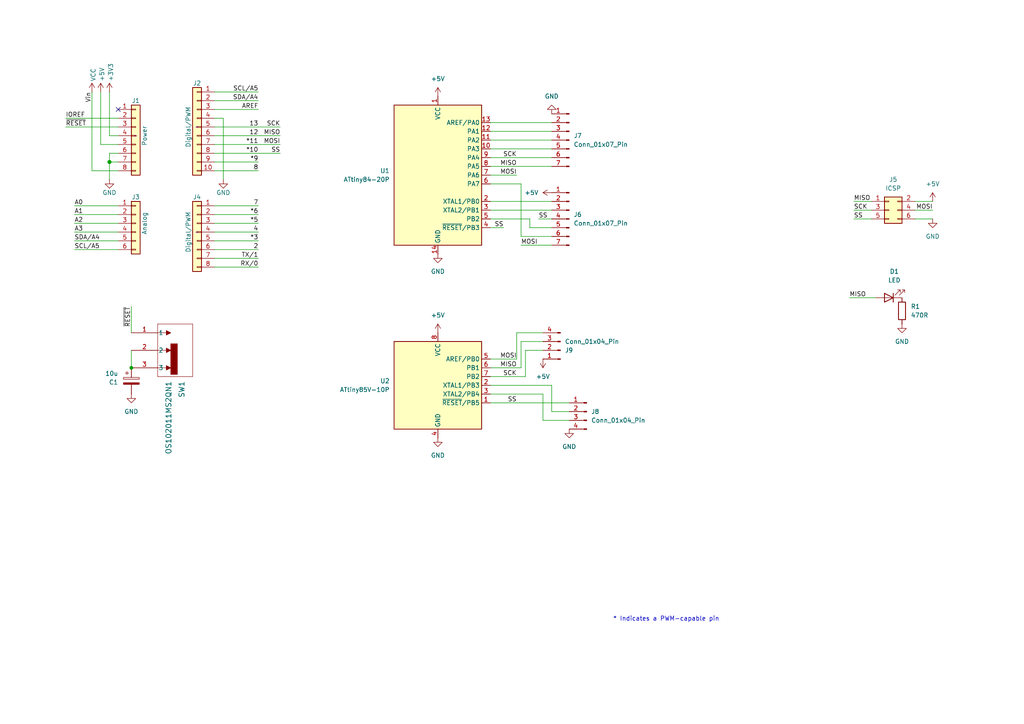
<source format=kicad_sch>
(kicad_sch (version 20250114) (generator "eeschema") (generator_version "9.0")
  (paper "A4")
  (title_block (date "mar. 31 mars 2015"))
  (lib_symbols
    (symbol "Connector:Conn_01x04_Pin" (pin_names (offset 1.016) (hide yes))
      (property "Reference" "J" (at 0 5.08 0))
      (property "Value" "Conn_01x04_Pin" (at 0 -7.62 0))
      (symbol "Conn_01x04_Pin_1_1"
        (rectangle (start 0.8636 2.667) (end 0 2.413) (stroke (width 0.1524)) (fill (type outline)))
        (rectangle (start 0.8636 0.127) (end 0 -0.127) (stroke (width 0.1524)) (fill (type outline)))
        (rectangle (start 0.8636 -2.413) (end 0 -2.667) (stroke (width 0.1524)) (fill (type outline)))
        (rectangle (start 0.8636 -4.953) (end 0 -5.207) (stroke (width 0.1524)) (fill (type outline)))
        (polyline (pts (xy 1.27 2.54) (xy 0.8636 2.54)) (stroke (width 0.1524)))
        (polyline (pts (xy 1.27 0) (xy 0.8636 0)) (stroke (width 0.1524)))
        (polyline (pts (xy 1.27 -2.54) (xy 0.8636 -2.54)) (stroke (width 0.1524)))
        (polyline (pts (xy 1.27 -5.08) (xy 0.8636 -5.08)) (stroke (width 0.1524)))
        (pin passive line (at 5.08 2.54 180) (length 3.81) (name "Pin_1") (number "1"))
        (pin passive line (at 5.08 0 180) (length 3.81) (name "Pin_2") (number "2"))
        (pin passive line (at 5.08 -2.54 180) (length 3.81) (name "Pin_3") (number "3"))
        (pin passive line (at 5.08 -5.08 180) (length 3.81) (name "Pin_4") (number "4"))
      )
    )
    (symbol "Connector:Conn_01x07_Pin" (pin_names (offset 1.016) (hide yes))
      (property "Reference" "J" (at 0 10.16 0))
      (property "Value" "Conn_01x07_Pin" (at 0 -10.16 0))
      (symbol "Conn_01x07_Pin_1_1"
        (rectangle (start 0.8636 7.747) (end 0 7.493) (stroke (width 0.1524)) (fill (type outline)))
        (rectangle (start 0.8636 5.207) (end 0 4.953) (stroke (width 0.1524)) (fill (type outline)))
        (rectangle (start 0.8636 2.667) (end 0 2.413) (stroke (width 0.1524)) (fill (type outline)))
        (rectangle (start 0.8636 0.127) (end 0 -0.127) (stroke (width 0.1524)) (fill (type outline)))
        (rectangle (start 0.8636 -2.413) (end 0 -2.667) (stroke (width 0.1524)) (fill (type outline)))
        (rectangle (start 0.8636 -4.953) (end 0 -5.207) (stroke (width 0.1524)) (fill (type outline)))
        (rectangle (start 0.8636 -7.493) (end 0 -7.747) (stroke (width 0.1524)) (fill (type outline)))
        (polyline (pts (xy 1.27 7.62) (xy 0.8636 7.62)) (stroke (width 0.1524)))
        (polyline (pts (xy 1.27 5.08) (xy 0.8636 5.08)) (stroke (width 0.1524)))
        (polyline (pts (xy 1.27 2.54) (xy 0.8636 2.54)) (stroke (width 0.1524)))
        (polyline (pts (xy 1.27 0) (xy 0.8636 0)) (stroke (width 0.1524)))
        (polyline (pts (xy 1.27 -2.54) (xy 0.8636 -2.54)) (stroke (width 0.1524)))
        (polyline (pts (xy 1.27 -5.08) (xy 0.8636 -5.08)) (stroke (width 0.1524)))
        (polyline (pts (xy 1.27 -7.62) (xy 0.8636 -7.62)) (stroke (width 0.1524)))
        (pin passive line (at 5.08 7.62 180) (length 3.81) (name "Pin_1") (number "1"))
        (pin passive line (at 5.08 5.08 180) (length 3.81) (name "Pin_2") (number "2"))
        (pin passive line (at 5.08 2.54 180) (length 3.81) (name "Pin_3") (number "3"))
        (pin passive line (at 5.08 0 180) (length 3.81) (name "Pin_4") (number "4"))
        (pin passive line (at 5.08 -2.54 180) (length 3.81) (name "Pin_5") (number "5"))
        (pin passive line (at 5.08 -5.08 180) (length 3.81) (name "Pin_6") (number "6"))
        (pin passive line (at 5.08 -7.62 180) (length 3.81) (name "Pin_7") (number "7"))
      )
    )
    (symbol "Connector_Generic:Conn_01x06" (pin_names (offset 1.016) (hide yes))
      (property "Reference" "J" (at 0 7.62 0))
      (property "Value" "Conn_01x06" (at 0 -10.16 0))
      (symbol "Conn_01x06_1_1"
        (rectangle (start -1.27 6.35) (end 1.27 -8.89) (stroke (width 0.254)) (fill (type background)))
        (rectangle (start -1.27 5.207) (end 0 4.953) (stroke (width 0.1524)))
        (rectangle (start -1.27 2.667) (end 0 2.413) (stroke (width 0.1524)))
        (rectangle (start -1.27 0.127) (end 0 -0.127) (stroke (width 0.1524)))
        (rectangle (start -1.27 -2.413) (end 0 -2.667) (stroke (width 0.1524)))
        (rectangle (start -1.27 -4.953) (end 0 -5.207) (stroke (width 0.1524)))
        (rectangle (start -1.27 -7.493) (end 0 -7.747) (stroke (width 0.1524)))
        (pin passive line (at -5.08 5.08 0) (length 3.81) (name "Pin_1") (number "1"))
        (pin passive line (at -5.08 2.54 0) (length 3.81) (name "Pin_2") (number "2"))
        (pin passive line (at -5.08 0 0) (length 3.81) (name "Pin_3") (number "3"))
        (pin passive line (at -5.08 -2.54 0) (length 3.81) (name "Pin_4") (number "4"))
        (pin passive line (at -5.08 -5.08 0) (length 3.81) (name "Pin_5") (number "5"))
        (pin passive line (at -5.08 -7.62 0) (length 3.81) (name "Pin_6") (number "6"))
      )
    )
    (symbol "Connector_Generic:Conn_01x08" (pin_names (offset 1.016) (hide yes))
      (property "Reference" "J" (at 0 10.16 0))
      (property "Value" "Conn_01x08" (at 0 -12.7 0))
      (symbol "Conn_01x08_1_1"
        (rectangle (start -1.27 8.89) (end 1.27 -11.43) (stroke (width 0.254)) (fill (type background)))
        (rectangle (start -1.27 7.747) (end 0 7.493) (stroke (width 0.1524)))
        (rectangle (start -1.27 5.207) (end 0 4.953) (stroke (width 0.1524)))
        (rectangle (start -1.27 2.667) (end 0 2.413) (stroke (width 0.1524)))
        (rectangle (start -1.27 0.127) (end 0 -0.127) (stroke (width 0.1524)))
        (rectangle (start -1.27 -2.413) (end 0 -2.667) (stroke (width 0.1524)))
        (rectangle (start -1.27 -4.953) (end 0 -5.207) (stroke (width 0.1524)))
        (rectangle (start -1.27 -7.493) (end 0 -7.747) (stroke (width 0.1524)))
        (rectangle (start -1.27 -10.033) (end 0 -10.287) (stroke (width 0.1524)))
        (pin passive line (at -5.08 7.62 0) (length 3.81) (name "Pin_1") (number "1"))
        (pin passive line (at -5.08 5.08 0) (length 3.81) (name "Pin_2") (number "2"))
        (pin passive line (at -5.08 2.54 0) (length 3.81) (name "Pin_3") (number "3"))
        (pin passive line (at -5.08 0 0) (length 3.81) (name "Pin_4") (number "4"))
        (pin passive line (at -5.08 -2.54 0) (length 3.81) (name "Pin_5") (number "5"))
        (pin passive line (at -5.08 -5.08 0) (length 3.81) (name "Pin_6") (number "6"))
        (pin passive line (at -5.08 -7.62 0) (length 3.81) (name "Pin_7") (number "7"))
        (pin passive line (at -5.08 -10.16 0) (length 3.81) (name "Pin_8") (number "8"))
      )
    )
    (symbol "Connector_Generic:Conn_01x10" (pin_names (offset 1.016) (hide yes))
      (property "Reference" "J" (at 0 12.7 0))
      (property "Value" "Conn_01x10" (at 0 -15.24 0))
      (symbol "Conn_01x10_1_1"
        (rectangle (start -1.27 11.43) (end 1.27 -13.97) (stroke (width 0.254)) (fill (type background)))
        (rectangle (start -1.27 10.287) (end 0 10.033) (stroke (width 0.1524)))
        (rectangle (start -1.27 7.747) (end 0 7.493) (stroke (width 0.1524)))
        (rectangle (start -1.27 5.207) (end 0 4.953) (stroke (width 0.1524)))
        (rectangle (start -1.27 2.667) (end 0 2.413) (stroke (width 0.1524)))
        (rectangle (start -1.27 0.127) (end 0 -0.127) (stroke (width 0.1524)))
        (rectangle (start -1.27 -2.413) (end 0 -2.667) (stroke (width 0.1524)))
        (rectangle (start -1.27 -4.953) (end 0 -5.207) (stroke (width 0.1524)))
        (rectangle (start -1.27 -7.493) (end 0 -7.747) (stroke (width 0.1524)))
        (rectangle (start -1.27 -10.033) (end 0 -10.287) (stroke (width 0.1524)))
        (rectangle (start -1.27 -12.573) (end 0 -12.827) (stroke (width 0.1524)))
        (pin passive line (at -5.08 10.16 0) (length 3.81) (name "Pin_1") (number "1"))
        (pin passive line (at -5.08 7.62 0) (length 3.81) (name "Pin_2") (number "2"))
        (pin passive line (at -5.08 5.08 0) (length 3.81) (name "Pin_3") (number "3"))
        (pin passive line (at -5.08 2.54 0) (length 3.81) (name "Pin_4") (number "4"))
        (pin passive line (at -5.08 0 0) (length 3.81) (name "Pin_5") (number "5"))
        (pin passive line (at -5.08 -2.54 0) (length 3.81) (name "Pin_6") (number "6"))
        (pin passive line (at -5.08 -5.08 0) (length 3.81) (name "Pin_7") (number "7"))
        (pin passive line (at -5.08 -7.62 0) (length 3.81) (name "Pin_8") (number "8"))
        (pin passive line (at -5.08 -10.16 0) (length 3.81) (name "Pin_9") (number "9"))
        (pin passive line (at -5.08 -12.7 0) (length 3.81) (name "Pin_10") (number "10"))
      )
    )
    (symbol "Connector_Generic:Conn_02x03_Odd_Even" (pin_names (offset 1.016) (hide yes))
      (property "Reference" "J" (at 1.27 5.08 0))
      (property "Value" "Conn_02x03_Odd_Even" (at 1.27 -5.08 0))
      (symbol "Conn_02x03_Odd_Even_1_1"
        (rectangle (start -1.27 3.81) (end 3.81 -3.81) (stroke (width 0.254)) (fill (type background)))
        (rectangle (start -1.27 2.667) (end 0 2.413) (stroke (width 0.1524)))
        (rectangle (start -1.27 0.127) (end 0 -0.127) (stroke (width 0.1524)))
        (rectangle (start -1.27 -2.413) (end 0 -2.667) (stroke (width 0.1524)))
        (rectangle (start 3.81 2.667) (end 2.54 2.413) (stroke (width 0.1524)))
        (rectangle (start 3.81 0.127) (end 2.54 -0.127) (stroke (width 0.1524)))
        (rectangle (start 3.81 -2.413) (end 2.54 -2.667) (stroke (width 0.1524)))
        (pin passive line (at -5.08 2.54 0) (length 3.81) (name "Pin_1") (number "1"))
        (pin passive line (at -5.08 0 0) (length 3.81) (name "Pin_3") (number "3"))
        (pin passive line (at -5.08 -2.54 0) (length 3.81) (name "Pin_5") (number "5"))
        (pin passive line (at 7.62 2.54 180) (length 3.81) (name "Pin_2") (number "2"))
        (pin passive line (at 7.62 0 180) (length 3.81) (name "Pin_4") (number "4"))
        (pin passive line (at 7.62 -2.54 180) (length 3.81) (name "Pin_6") (number "6"))
      )
    )
    (symbol "Device:C_Polarized" (pin_numbers (hide yes)) (pin_names (offset 0.254))
      (property "Reference" "C" (at 0.635 2.54 0))
      (property "Value" "C_Polarized" (at 0.635 -2.54 0))
      (symbol "C_Polarized_0_1"
        (rectangle (start -2.286 0.508) (end 2.286 1.016))
        (polyline (pts (xy -1.778 2.286) (xy -0.762 2.286)))
        (polyline (pts (xy -1.27 2.794) (xy -1.27 1.778)))
        (rectangle (start 2.286 -0.508) (end -2.286 -1.016) (fill (type outline)))
      )
      (symbol "C_Polarized_1_1"
        (pin passive line (at 0 3.81 270) (length 2.794) (name "~") (number "1"))
        (pin passive line (at 0 -3.81 90) (length 2.794) (name "~") (number "2"))
      )
    )
    (symbol "Device:LED" (pin_numbers (hide yes)) (pin_names (offset 1.016) (hide yes))
      (property "Reference" "D" (at 0 2.54 0))
      (property "Value" "LED" (at 0 -2.54 0))
      (symbol "LED_0_1"
        (polyline (pts (xy -3.048 -0.762) (xy -4.572 -2.286) (xy -3.81 -2.286) (xy -4.572 -2.286) (xy -4.572 -1.524)))
        (polyline (pts (xy -1.778 -0.762) (xy -3.302 -2.286) (xy -2.54 -2.286) (xy -3.302 -2.286) (xy -3.302 -1.524)))
        (polyline (pts (xy -1.27 0) (xy 1.27 0)))
        (polyline (pts (xy -1.27 -1.27) (xy -1.27 1.27)) (stroke (width 0.254)))
        (polyline (pts (xy 1.27 -1.27) (xy 1.27 1.27) (xy -1.27 0) (xy 1.27 -1.27)) (stroke (width 0.254)))
      )
      (symbol "LED_1_1"
        (pin passive line (at -3.81 0 0) (length 2.54) (name "K") (number "1"))
        (pin passive line (at 3.81 0 180) (length 2.54) (name "A") (number "2"))
      )
    )
    (symbol "Device:R" (pin_numbers (hide yes)) (pin_names (offset 0))
      (property "Reference" "R" (at 2.032 0 90))
      (property "Value" "R" (at 0 0 90))
      (symbol "R_0_1"
        (rectangle (start -1.016 -2.54) (end 1.016 2.54) (stroke (width 0.254)))
      )
      (symbol "R_1_1"
        (pin passive line (at 0 3.81 270) (length 1.27) (name "~") (number "1"))
        (pin passive line (at 0 -3.81 90) (length 1.27) (name "~") (number "2"))
      )
    )
    (symbol "MCU_Microchip_ATtiny:ATtiny84-20P"
      (property "Reference" "U" (at -12.7 21.59 0))
      (property "Value" "ATtiny84-20P" (at 2.54 -21.59 0))
      (symbol "ATtiny84-20P_0_1"
        (rectangle (start -12.7 -20.32) (end 12.7 20.32) (stroke (width 0.254)) (fill (type background)))
      )
      (symbol "ATtiny84-20P_1_1"
        (pin power_in line (at 0 22.86 270) (length 2.54) (name "VCC") (number "1"))
        (pin power_in line (at 0 -22.86 90) (length 2.54) (name "GND") (number "14"))
        (pin bidirectional line (at 15.24 15.24 180) (length 2.54) (name "AREF/PA0") (number "13"))
        (pin bidirectional line (at 15.24 12.7 180) (length 2.54) (name "PA1") (number "12"))
        (pin bidirectional line (at 15.24 10.16 180) (length 2.54) (name "PA2") (number "11"))
        (pin bidirectional line (at 15.24 7.62 180) (length 2.54) (name "PA3") (number "10"))
        (pin bidirectional line (at 15.24 5.08 180) (length 2.54) (name "PA4") (number "9"))
        (pin bidirectional line (at 15.24 2.54 180) (length 2.54) (name "PA5") (number "8"))
        (pin bidirectional line (at 15.24 0 180) (length 2.54) (name "PA6") (number "7"))
        (pin bidirectional line (at 15.24 -2.54 180) (length 2.54) (name "PA7") (number "6"))
        (pin bidirectional line (at 15.24 -7.62 180) (length 2.54) (name "XTAL1/PB0") (number "2"))
        (pin bidirectional line (at 15.24 -10.16 180) (length 2.54) (name "XTAL2/PB1") (number "3"))
        (pin bidirectional line (at 15.24 -12.7 180) (length 2.54) (name "PB2") (number "5"))
        (pin bidirectional line (at 15.24 -15.24 180) (length 2.54) (name "~{RESET}/PB3") (number "4"))
      )
    )
    (symbol "MCU_Microchip_ATtiny:ATtiny85V-10P"
      (property "Reference" "U" (at -12.7 13.97 0))
      (property "Value" "ATtiny85V-10P" (at 2.54 -13.97 0))
      (symbol "ATtiny85V-10P_0_1"
        (rectangle (start -12.7 -12.7) (end 12.7 12.7) (stroke (width 0.254)) (fill (type background)))
      )
      (symbol "ATtiny85V-10P_1_1"
        (pin power_in line (at 0 15.24 270) (length 2.54) (name "VCC") (number "8"))
        (pin power_in line (at 0 -15.24 90) (length 2.54) (name "GND") (number "4"))
        (pin bidirectional line (at 15.24 7.62 180) (length 2.54) (name "AREF/PB0") (number "5"))
        (pin bidirectional line (at 15.24 5.08 180) (length 2.54) (name "PB1") (number "6"))
        (pin bidirectional line (at 15.24 2.54 180) (length 2.54) (name "PB2") (number "7"))
        (pin bidirectional line (at 15.24 0 180) (length 2.54) (name "XTAL1/PB3") (number "2"))
        (pin bidirectional line (at 15.24 -2.54 180) (length 2.54) (name "XTAL2/PB4") (number "3"))
        (pin bidirectional line (at 15.24 -5.08 180) (length 2.54) (name "~{RESET}/PB5") (number "1"))
      )
    )
    (symbol "OS102011MS2QN1:OS102011MS2QN1" (pin_names (offset 0.254))
      (property "Reference" "SW" (at 13.97 8.255 0))
      (property "Value" "OS102011MS2QN1" (at 20.32 5.08 0))
      (symbol "OS102011MS2QN1_0_1"
        (polyline (pts (xy 7.62 2.54) (xy 7.62 -12.7)) (stroke (width 0.127)))
        (polyline (pts (xy 7.62 0) (xy 11.43 0)) (stroke (width 0.127)))
        (polyline (pts (xy 7.62 -5.08) (xy 11.43 -5.08)) (stroke (width 0.127)))
        (polyline (pts (xy 7.62 -10.16) (xy 11.43 -10.16)) (stroke (width 0.127)))
        (polyline (pts (xy 7.62 -12.7) (xy 17.78 -12.7)) (stroke (width 0.127)))
        (polyline (pts (xy 10.16 0.635) (xy 10.16 -0.635)) (stroke (width 0.127)))
        (polyline (pts (xy 10.16 0.635) (xy 10.16 -0.635) (xy 11.43 0)) (fill (type outline)))
        (polyline (pts (xy 10.16 -4.445) (xy 10.16 -5.715)) (stroke (width 0.127)))
        (polyline (pts (xy 10.16 -4.445) (xy 10.16 -5.715) (xy 11.43 -5.08)) (fill (type outline)))
        (polyline (pts (xy 10.16 -9.525) (xy 10.16 -10.795)) (stroke (width 0.127)))
        (polyline (pts (xy 10.16 -9.525) (xy 10.16 -10.795) (xy 11.43 -10.16)) (fill (type outline)))
        (polyline (pts (xy 11.43 0) (xy 10.16 0.635)) (stroke (width 0.127)))
        (polyline (pts (xy 11.43 0) (xy 10.16 -0.635)) (stroke (width 0.127)))
        (polyline (pts (xy 11.43 -3.175) (xy 11.43 -12.065)) (stroke (width 0.127)))
        (polyline (pts (xy 11.43 -3.175) (xy 11.43 -12.065) (xy 13.335 -12.065) (xy 13.335 -3.175)) (fill (type outline)))
        (polyline (pts (xy 11.43 -5.08) (xy 10.16 -4.445)) (stroke (width 0.127)))
        (polyline (pts (xy 11.43 -5.08) (xy 10.16 -5.715)) (stroke (width 0.127)))
        (polyline (pts (xy 11.43 -10.16) (xy 10.16 -9.525)) (stroke (width 0.127)))
        (polyline (pts (xy 11.43 -10.16) (xy 10.16 -10.795)) (stroke (width 0.127)))
        (polyline (pts (xy 11.43 -12.065) (xy 13.335 -12.065)) (stroke (width 0.127)))
        (polyline (pts (xy 13.335 -3.175) (xy 11.43 -3.175)) (stroke (width 0.127)))
        (polyline (pts (xy 13.335 -12.065) (xy 13.335 -3.175)) (stroke (width 0.127)))
        (polyline (pts (xy 17.78 2.54) (xy 7.62 2.54)) (stroke (width 0.127)))
        (polyline (pts (xy 17.78 -12.7) (xy 17.78 2.54)) (stroke (width 0.127)))
        (pin unspecified line (at 0 0 0) (length 7.62) (name "1") (number "1"))
        (pin unspecified line (at 0 -5.08 0) (length 7.62) (name "2") (number "2"))
        (pin unspecified line (at 0 -10.16 0) (length 7.62) (name "3") (number "3"))
      )
    )
    (symbol "power:+3V3" (power) (pin_numbers (hide yes)) (pin_names (offset 0) (hide yes))
      (property "Value" "+3V3" (at 0 3.556 0))
      (symbol "+3V3_0_1"
        (polyline (pts (xy -0.762 1.27) (xy 0 2.54)))
        (polyline (pts (xy 0 2.54) (xy 0.762 1.27)))
        (polyline (pts (xy 0 0) (xy 0 2.54)))
      )
      (symbol "+3V3_1_1"
        (pin power_in line (at 0 0 90) (length 0) (name "~") (number "1"))
      )
    )
    (symbol "power:+5V" (power) (pin_numbers (hide yes)) (pin_names (offset 0) (hide yes))
      (property "Value" "+5V" (at 0 3.556 0))
      (symbol "+5V_0_1"
        (polyline (pts (xy -0.762 1.27) (xy 0 2.54)))
        (polyline (pts (xy 0 2.54) (xy 0.762 1.27)))
        (polyline (pts (xy 0 0) (xy 0 2.54)))
      )
      (symbol "+5V_1_1"
        (pin power_in line (at 0 0 90) (length 0) (name "~") (number "1"))
      )
    )
    (symbol "power:GND" (power) (pin_numbers (hide yes)) (pin_names (offset 0) (hide yes))
      (property "Value" "GND" (at 0 -3.81 0))
      (symbol "GND_0_1"
        (polyline (pts (xy 0 0) (xy 0 -1.27) (xy 1.27 -1.27) (xy 0 -2.54) (xy -1.27 -1.27) (xy 0 -1.27)))
      )
      (symbol "GND_1_1"
        (pin power_in line (at 0 0 270) (length 0) (name "~") (number "1"))
      )
    )
    (symbol "power:VCC" (power) (pin_numbers (hide yes)) (pin_names (offset 0) (hide yes))
      (property "Value" "VCC" (at 0 3.556 0))
      (symbol "VCC_0_1"
        (polyline (pts (xy -0.762 1.27) (xy 0 2.54)))
        (polyline (pts (xy 0 2.54) (xy 0.762 1.27)))
        (polyline (pts (xy 0 0) (xy 0 2.54)))
      )
      (symbol "VCC_1_1"
        (pin power_in line (at 0 0 90) (length 0) (name "~") (number "1"))
      )
    )
  )
  (text "* Indicates a PWM-capable pin" (at 177.8 180.34 0) (effects (font (size 1.27 1.27)) (justify left bottom)))
  (junction (at 38.1 106.68))
  (junction (at 31.75 46.99) (diameter 1.016))
  (no_connect (at 34.29 31.75))
  (wire (pts (xy 62.23 77.47) (xy 74.93 77.47)))
  (wire (pts (xy 152.4 109.22) (xy 152.4 101.6)))
  (wire (pts (xy 62.23 44.45) (xy 81.28 44.45)))
  (wire (pts (xy 62.23 26.67) (xy 74.93 26.67)))
  (wire (pts (xy 142.24 48.26) (xy 160.02 48.26)))
  (wire (pts (xy 31.75 44.45) (xy 31.75 46.99)))
  (wire (pts (xy 142.24 58.42) (xy 160.02 58.42)))
  (wire (pts (xy 157.48 121.92) (xy 165.1 121.92)))
  (wire (pts (xy 21.59 72.39) (xy 34.29 72.39)))
  (wire (pts (xy 247.65 58.42) (xy 252.73 58.42)))
  (wire (pts (xy 151.13 53.34) (xy 151.13 68.58)))
  (wire (pts (xy 142.24 45.72) (xy 160.02 45.72)))
  (wire (pts (xy 142.24 116.84) (xy 165.1 116.84)))
  (wire (pts (xy 31.75 46.99) (xy 31.75 52.07)))
  (wire (pts (xy 31.75 39.37) (xy 34.29 39.37)))
  (wire (pts (xy 270.51 63.5) (xy 265.43 63.5)))
  (wire (pts (xy 29.21 41.91) (xy 34.29 41.91)))
  (wire (pts (xy 270.51 58.42) (xy 265.43 58.42)))
  (wire (pts (xy 29.21 26.67) (xy 29.21 41.91)))
  (wire (pts (xy 151.13 71.12) (xy 160.02 71.12)))
  (wire (pts (xy 270.51 60.96) (xy 265.43 60.96)))
  (wire (pts (xy 142.24 60.96) (xy 160.02 60.96)))
  (wire (pts (xy 160.02 119.38) (xy 165.1 119.38)))
  (wire (pts (xy 142.24 53.34) (xy 151.13 53.34)))
  (wire (pts (xy 62.23 36.83) (xy 81.28 36.83)))
  (wire (pts (xy 146.05 66.04) (xy 142.24 66.04)))
  (wire (pts (xy 31.75 26.67) (xy 31.75 39.37)))
  (wire (pts (xy 62.23 59.69) (xy 74.93 59.69)))
  (wire (pts (xy 153.67 63.5) (xy 153.67 66.04)))
  (wire (pts (xy 34.29 59.69) (xy 21.59 59.69)))
  (wire (pts (xy 62.23 39.37) (xy 81.28 39.37)))
  (wire (pts (xy 142.24 109.22) (xy 152.4 109.22)))
  (wire (pts (xy 62.23 62.23) (xy 74.93 62.23)))
  (wire (pts (xy 151.13 99.06) (xy 157.48 99.06)))
  (wire (pts (xy 156.21 63.5) (xy 160.02 63.5)))
  (wire (pts (xy 247.65 60.96) (xy 252.73 60.96)))
  (wire (pts (xy 157.48 114.3) (xy 157.48 121.92)))
  (wire (pts (xy 153.67 66.04) (xy 160.02 66.04)))
  (wire (pts (xy 160.02 111.76) (xy 160.02 119.38)))
  (wire (pts (xy 62.23 46.99) (xy 74.93 46.99)))
  (wire (pts (xy 38.1 101.6) (xy 38.1 106.68)))
  (wire (pts (xy 149.86 104.14) (xy 149.86 96.52)))
  (wire (pts (xy 62.23 67.31) (xy 74.93 67.31)))
  (wire (pts (xy 152.4 101.6) (xy 157.48 101.6)))
  (wire (pts (xy 19.05 34.29) (xy 34.29 34.29)))
  (wire (pts (xy 149.86 96.52) (xy 157.48 96.52)))
  (wire (pts (xy 142.24 35.56) (xy 160.02 35.56)))
  (wire (pts (xy 64.77 34.29) (xy 64.77 52.07)))
  (wire (pts (xy 62.23 31.75) (xy 74.93 31.75)))
  (wire (pts (xy 38.1 88.9) (xy 38.1 96.52)))
  (wire (pts (xy 34.29 64.77) (xy 21.59 64.77)))
  (wire (pts (xy 142.24 40.64) (xy 160.02 40.64)))
  (wire (pts (xy 19.05 36.83) (xy 34.29 36.83)))
  (wire (pts (xy 34.29 46.99) (xy 31.75 46.99)))
  (wire (pts (xy 149.86 50.8) (xy 142.24 50.8)))
  (wire (pts (xy 34.29 49.53) (xy 26.67 49.53)))
  (wire (pts (xy 21.59 62.23) (xy 34.29 62.23)))
  (wire (pts (xy 151.13 68.58) (xy 160.02 68.58)))
  (wire (pts (xy 142.24 106.68) (xy 151.13 106.68)))
  (wire (pts (xy 142.24 114.3) (xy 157.48 114.3)))
  (wire (pts (xy 142.24 38.1) (xy 160.02 38.1)))
  (wire (pts (xy 247.65 63.5) (xy 252.73 63.5)))
  (wire (pts (xy 62.23 34.29) (xy 64.77 34.29)))
  (wire (pts (xy 142.24 63.5) (xy 153.67 63.5)))
  (wire (pts (xy 34.29 44.45) (xy 31.75 44.45)))
  (wire (pts (xy 62.23 41.91) (xy 81.28 41.91)))
  (wire (pts (xy 151.13 106.68) (xy 151.13 99.06)))
  (wire (pts (xy 149.86 104.14) (xy 142.24 104.14)))
  (wire (pts (xy 62.23 64.77) (xy 74.93 64.77)))
  (wire (pts (xy 21.59 67.31) (xy 34.29 67.31)))
  (wire (pts (xy 142.24 43.18) (xy 160.02 43.18)))
  (wire (pts (xy 62.23 29.21) (xy 74.93 29.21)))
  (wire (pts (xy 62.23 72.39) (xy 74.93 72.39)))
  (wire (pts (xy 62.23 69.85) (xy 74.93 69.85)))
  (wire (pts (xy 246.38 86.36) (xy 254 86.36)))
  (wire (pts (xy 142.24 111.76) (xy 160.02 111.76)))
  (wire (pts (xy 62.23 74.93) (xy 74.93 74.93)))
  (wire (pts (xy 26.67 49.53) (xy 26.67 26.67)))
  (wire (pts (xy 34.29 69.85) (xy 21.59 69.85)))
  (wire (pts (xy 62.23 49.53) (xy 74.93 49.53)))
  (label "RX{slash}0" (at 74.93 77.47 180))
  (label "A2" (at 21.59 64.77 0))
  (label "4" (at 74.93 67.31 180))
  (label "MISO" (at 149.86 48.26 180))
  (label "SS" (at 81.28 44.45 180))
  (label "SS" (at 146.05 66.04 180))
  (label "SS" (at 247.65 63.5 0))
  (label "SCK" (at 247.65 60.96 0))
  (label "2" (at 74.93 72.39 180))
  (label "MOSI" (at 270.51 60.96 180))
  (label "A3" (at 21.59 67.31 0))
  (label "SS" (at 156.21 63.5 0))
  (label "13" (at 74.93 36.83 180))
  (label "SCK" (at 81.28 36.83 180))
  (label "12" (at 74.93 39.37 180))
  (label "~{RESET}" (at 19.05 36.83 0))
  (label "*10" (at 74.93 44.45 180))
  (label "MOSI" (at 149.86 50.8 180))
  (label "MISO" (at 247.65 58.42 0))
  (label "MOSI" (at 81.28 41.91 180))
  (label "MISO" (at 81.28 39.37 180))
  (label "7" (at 74.93 59.69 180))
  (label "SDA{slash}A4" (at 74.93 29.21 180))
  (label "8" (at 74.93 49.53 180))
  (label "SCK" (at 149.86 109.22 180))
  (label "*11" (at 74.93 41.91 180))
  (label "MOSI" (at 151.13 71.12 0))
  (label "*3" (at 74.93 69.85 180))
  (label "MOSI" (at 149.86 104.14 180))
  (label "A1" (at 21.59 62.23 0))
  (label "TX{slash}1" (at 74.93 74.93 180))
  (label "MISO" (at 149.86 106.68 180))
  (label "A0" (at 21.59 59.69 0))
  (label "AREF" (at 74.93 31.75 180))
  (label "MISO" (at 246.38 86.36 0))
  (label "Vin" (at 26.67 26.67 270))
  (label "*6" (at 74.93 62.23 180))
  (label "~{RESET}" (at 38.1 88.9 270))
  (label "SCL{slash}A5" (at 74.93 26.67 180))
  (label "*9" (at 74.93 46.99 180))
  (label "*5" (at 74.93 64.77 180))
  (label "IOREF" (at 19.05 34.29 0))
  (label "SCK" (at 149.86 45.72 180))
  (label "SDA{slash}A4" (at 21.59 69.85 0))
  (label "SCL{slash}A5" (at 21.59 72.39 0))
  (label "SS" (at 149.86 116.84 180))
  (symbol (lib_id "Connector_Generic:Conn_01x08") (at 39.37 39.37 0) (unit 1)
    (property "Reference" "J1" (at 39.37 29.21 0))
    (property "Value" "Power" (at 41.91 39.37 90))
    (property "Footprint" "Connector_PinSocket_2.54mm:PinSocket_1x08_P2.54mm_Vertical" (effects (hide yes)))
    (property "Datasheet" "~" (at 39.37 39.37 0))
    (property "Description" "Generic connector, single row, 01x08, script generated (kicad-library-utils/schlib/autogen/connector/)" (effects (hide yes)))
  )
  (symbol (lib_id "power:+3V3") (at 31.75 26.67 0) (unit 1)
    (property "Reference" "#PWR03" (effects (hide yes)))
    (property "Value" "+3V3" (at 32.131 23.622 90) (effects (justify left)))
    (property "Description" "Power symbol creates a global label with name \"+3V3\"" (effects (hide yes)))
  )
  (symbol (lib_id "power:+5V") (at 29.21 26.67 0) (unit 1)
    (property "Reference" "#PWR02" (effects (hide yes)))
    (property "Value" "+5V" (at 29.5656 23.622 90) (effects (justify left)))
    (property "Description" "Power symbol creates a global label with name \"+5V\"" (effects (hide yes)))
  )
  (symbol (lib_id "power:GND") (at 31.75 52.07 0) (unit 1)
    (property "Reference" "#PWR04" (effects (hide yes)))
    (property "Value" "GND" (at 31.75 55.88 0))
    (property "Description" "Power symbol creates a global label with name \"GND\" , ground" (effects (hide yes)))
  )
  (symbol (lib_id "Connector_Generic:Conn_01x10") (at 57.15 36.83 0) (mirror y) (unit 1)
    (property "Reference" "J2" (at 57.15 24.13 0))
    (property "Value" "Digital/PWM" (at 54.61 36.83 90))
    (property "Footprint" "Connector_PinSocket_2.54mm:PinSocket_1x10_P2.54mm_Vertical" (effects (hide yes)))
    (property "Datasheet" "~" (at 57.15 36.83 0))
    (property "Description" "Generic connector, single row, 01x10, script generated (kicad-library-utils/schlib/autogen/connector/)" (effects (hide yes)))
  )
  (symbol (lib_id "power:GND") (at 64.77 52.07 0) (unit 1)
    (property "Reference" "#PWR05" (effects (hide yes)))
    (property "Value" "GND" (at 64.77 55.88 0))
    (property "Description" "Power symbol creates a global label with name \"GND\" , ground" (effects (hide yes)))
  )
  (symbol (lib_id "Connector_Generic:Conn_01x06") (at 39.37 64.77 0) (unit 1)
    (property "Reference" "J3" (at 39.37 57.15 0))
    (property "Value" "Analog" (at 41.91 64.77 90))
    (property "Footprint" "Connector_PinSocket_2.54mm:PinSocket_1x06_P2.54mm_Vertical" (effects (hide yes)))
    (property "Description" "Generic connector, single row, 01x06, script generated (kicad-library-utils/schlib/autogen/connector/)" (effects (hide yes)))
  )
  (symbol (lib_id "Connector_Generic:Conn_01x08") (at 57.15 67.31 0) (mirror y) (unit 1)
    (property "Reference" "J4" (at 57.15 57.15 0))
    (property "Value" "Digital/PWM" (at 54.61 67.31 90))
    (property "Footprint" "Connector_PinSocket_2.54mm:PinSocket_1x08_P2.54mm_Vertical" (effects (hide yes)))
    (property "Datasheet" "~" (at 57.15 67.31 0))
    (property "Description" "Generic connector, single row, 01x08, script generated (kicad-library-utils/schlib/autogen/connector/)" (effects (hide yes)))
  )
  (symbol (lib_id "power:GND") (at 165.1 124.46 0) (unit 1)
    (property "Reference" "#PWR017" (effects (hide yes)))
    (property "Value" "GND" (at 165.1 129.54 0))
    (property "Description" "Power symbol creates a global label with name \"GND\" , ground" (effects (hide yes)))
  )
  (symbol (lib_id "Device:LED") (at 257.81 86.36 180) (unit 1)
    (property "Reference" "D1" (at 259.3975 78.74 0))
    (property "Value" "LED" (at 259.3975 81.28 0))
    (property "Footprint" "LED_THT:LED_D4.0mm" (effects (hide yes)))
    (property "Description" "Light emitting diode" (effects (hide yes)))
  )
  (symbol (lib_id "MCU_Microchip_ATtiny:ATtiny85V-10P") (at 127 111.76 0) (unit 1)
    (property "Reference" "U2" (at 113.03 110.4899 0) (effects (justify right)))
    (property "Value" "ATtiny85V-10P" (at 113.03 113.0299 0) (effects (justify right)))
    (property "Footprint" "Package_DIP:DIP-8_W7.62mm" (effects (hide yes)))
    (property "Datasheet" "http://ww1.microchip.com/downloads/en/DeviceDoc/atmel-2586-avr-8-bit-microcontroller-attiny25-attiny45-attiny85_datasheet.pdf" (effects (hide yes)))
    (property "Description" "10MHz, 8kB Flash, 512B SRAM, 512B EEPROM, debugWIRE, DIP-8" (effects (hide yes)))
  )
  (symbol (lib_id "Connector_Generic:Conn_02x03_Odd_Even") (at 257.81 60.96 0) (unit 1)
    (property "Reference" "J5" (at 259.08 52.07 0))
    (property "Value" "ICSP" (at 259.08 54.61 0))
    (property "Footprint" "Connector_PinHeader_2.54mm:PinHeader_2x03_P2.54mm_Vertical" (effects (hide yes)))
    (property "Description" "Generic connector, double row, 02x03, odd/even pin numbering scheme (row 1 odd numbers, row 2 even numbers), script generated (kicad-library-utils/schlib/autogen/connector/)" (effects (hide yes)))
  )
  (symbol (lib_id "power:+5V") (at 157.48 104.14 0) (mirror x) (unit 1)
    (property "Reference" "#PWR018" (effects (hide yes)))
    (property "Value" "+5V" (at 157.48 109.22 0))
    (property "Description" "Power symbol creates a global label with name \"+5V\"" (effects (hide yes)))
  )
  (symbol (lib_id "power:+5V") (at 127 27.94 0) (unit 1)
    (property "Reference" "#PWR010" (effects (hide yes)))
    (property "Value" "+5V" (at 127 22.86 0))
    (property "Description" "Power symbol creates a global label with name \"+5V\"" (effects (hide yes)))
  )
  (symbol (lib_id "Device:R") (at 261.62 90.17 0) (unit 1)
    (property "Reference" "R1" (at 264.16 88.8999 0) (effects (justify left)))
    (property "Value" "470R" (at 264.16 91.4399 0) (effects (justify left)))
    (property "Footprint" "Resistor_THT:R_Axial_DIN0207_L6.3mm_D2.5mm_P10.16mm_Horizontal" (effects (hide yes)))
    (property "Description" "Resistor" (effects (hide yes)))
  )
  (symbol (lib_id "power:GND") (at 127 73.66 0) (unit 1)
    (property "Reference" "#PWR012" (effects (hide yes)))
    (property "Value" "GND" (at 127 78.74 0))
    (property "Description" "Power symbol creates a global label with name \"GND\" , ground" (effects (hide yes)))
  )
  (symbol (lib_id "Connector:Conn_01x04_Pin") (at 162.56 101.6 180) (unit 1)
    (property "Reference" "J9" (at 163.83 101.6001 0) (effects (justify right)))
    (property "Value" "Conn_01x04_Pin" (at 163.83 99.0601 0) (effects (justify right)))
    (property "Footprint" "Connector_PinHeader_2.54mm:PinHeader_1x04_P2.54mm_Vertical" (effects (hide yes)))
    (property "Description" "Generic connector, single row, 01x04, script generated" (effects (hide yes)))
  )
  (symbol (lib_id "power:VCC") (at 26.67 26.67 0) (unit 1)
    (property "Reference" "#PWR01" (effects (hide yes)))
    (property "Value" "VCC" (at 27.051 23.622 90) (effects (justify left)))
    (property "Description" "Power symbol creates a global label with name \"VCC\"" (effects (hide yes)))
  )
  (symbol (lib_id "power:GND") (at 270.51 63.5 0) (unit 1)
    (property "Reference" "#PWR09" (effects (hide yes)))
    (property "Value" "GND" (at 270.51 68.58 0))
    (property "Description" "Power symbol creates a global label with name \"GND\" , ground" (effects (hide yes)))
  )
  (symbol (lib_id "Connector:Conn_01x04_Pin") (at 170.18 119.38 0) (mirror y) (unit 1)
    (property "Reference" "J8" (at 171.45 119.3799 0) (effects (justify right)))
    (property "Value" "Conn_01x04_Pin" (at 171.45 121.9199 0) (effects (justify right)))
    (property "Footprint" "Connector_PinHeader_2.54mm:PinHeader_1x04_P2.54mm_Vertical" (effects (hide yes)))
    (property "Description" "Generic connector, single row, 01x04, script generated" (effects (hide yes)))
  )
  (symbol (lib_id "Connector:Conn_01x07_Pin") (at 165.1 40.64 0) (mirror y) (unit 1)
    (property "Reference" "J7" (at 166.37 39.3699 0) (effects (justify right)))
    (property "Value" "Conn_01x07_Pin" (at 166.37 41.9099 0) (effects (justify right)))
    (property "Footprint" "Connector_PinHeader_2.54mm:PinHeader_1x07_P2.54mm_Vertical" (effects (hide yes)))
    (property "Description" "Generic connector, single row, 01x07, script generated" (effects (hide yes)))
  )
  (symbol (lib_id "power:+5V") (at 127 96.52 0) (unit 1)
    (property "Reference" "#PWR011" (effects (hide yes)))
    (property "Value" "+5V" (at 127 91.44 0))
    (property "Description" "Power symbol creates a global label with name \"+5V\"" (effects (hide yes)))
  )
  (symbol (lib_id "Connector:Conn_01x07_Pin") (at 165.1 63.5 0) (mirror y) (unit 1)
    (property "Reference" "J6" (at 166.37 62.2299 0) (effects (justify right)))
    (property "Value" "Conn_01x07_Pin" (at 166.37 64.7699 0) (effects (justify right)))
    (property "Footprint" "Connector_PinHeader_2.54mm:PinHeader_1x07_P2.54mm_Vertical" (effects (hide yes)))
    (property "Description" "Generic connector, single row, 01x07, script generated" (effects (hide yes)))
  )
  (symbol (lib_id "power:GND") (at 261.62 93.98 0) (unit 1)
    (property "Reference" "#PWR014" (effects (hide yes)))
    (property "Value" "GND" (at 261.62 99.06 0))
    (property "Description" "Power symbol creates a global label with name \"GND\" , ground" (effects (hide yes)))
  )
  (symbol (lib_id "OS102011MS2QN1:OS102011MS2QN1") (at 38.1 96.52 0) (unit 1)
    (property "Reference" "SW1" (at 52.705 110.49 90) (effects (font (size 1.524 1.524)) (justify right)))
    (property "Value" "OS102011MS2QN1" (at 48.895 110.49 90) (effects (font (size 1.524 1.524)) (justify right)))
    (property "Footprint" "OS102011MS2QN1:SPDT_OS102011_CNK" (effects (hide yes)))
    (property "Datasheet" "OS102011MS2QN1" (effects (hide yes)))
  )
  (symbol (lib_id "power:+5V") (at 160.02 55.88 90) (unit 1)
    (property "Reference" "#PWR015" (effects (hide yes)))
    (property "Value" "+5V" (at 156.21 55.8799 90) (effects (justify left)))
    (property "Description" "Power symbol creates a global label with name \"+5V\"" (effects (hide yes)))
  )
  (symbol (lib_id "MCU_Microchip_ATtiny:ATtiny84-20P") (at 127 50.8 0) (unit 1)
    (property "Reference" "U1" (at 113.03 49.5299 0) (effects (justify right)))
    (property "Value" "ATtiny84-20P" (at 113.03 52.0699 0) (effects (justify right)))
    (property "Footprint" "Package_DIP:DIP-14_W7.62mm" (effects (hide yes)))
    (property "Datasheet" "http://ww1.microchip.com/downloads/en/DeviceDoc/doc8006.pdf" (effects (hide yes)))
    (property "Description" "20MHz, 8kB Flash, 512B SRAM, 512B EEPROM, debugWIRE, DIP-14" (effects (hide yes)))
  )
  (symbol (lib_id "power:+5V") (at 270.51 58.42 0) (unit 1)
    (property "Reference" "#PWR08" (effects (hide yes)))
    (property "Value" "+5V" (at 270.51 53.34 0))
    (property "Description" "Power symbol creates a global label with name \"+5V\"" (effects (hide yes)))
  )
  (symbol (lib_id "Device:C_Polarized") (at 38.1 110.49 0) (unit 1)
    (property "Reference" "C1" (at 34.29 110.8711 0) (effects (justify right)))
    (property "Value" "10u" (at 34.29 108.3311 0) (effects (justify right)))
    (property "Footprint" "Capacitor_THT:CP_Radial_D5.0mm_P2.50mm" (effects (hide yes)))
    (property "Description" "Polarized capacitor" (effects (hide yes)))
  )
  (symbol (lib_id "power:GND") (at 127 127 0) (unit 1)
    (property "Reference" "#PWR013" (effects (hide yes)))
    (property "Value" "GND" (at 127 132.08 0))
    (property "Description" "Power symbol creates a global label with name \"GND\" , ground" (effects (hide yes)))
  )
  (symbol (lib_id "power:GND") (at 160.02 33.02 180) (unit 1)
    (property "Reference" "#PWR016" (effects (hide yes)))
    (property "Value" "GND" (at 160.02 27.94 0))
    (property "Description" "Power symbol creates a global label with name \"GND\" , ground" (effects (hide yes)))
  )
  (symbol (lib_id "power:GND") (at 38.1 114.3 0) (unit 1)
    (property "Reference" "#PWR07" (effects (hide yes)))
    (property "Value" "GND" (at 38.1 119.38 0))
    (property "Description" "Power symbol creates a global label with name \"GND\" , ground" (effects (hide yes)))
  )
)
</source>
